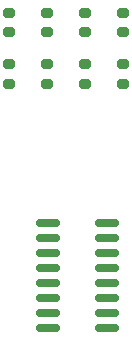
<source format=gtp>
%TF.GenerationSoftware,KiCad,Pcbnew,(6.0.1)*%
%TF.CreationDate,2022-02-10T14:07:36-05:00*%
%TF.ProjectId,23XX-Adapter,32335858-2d41-4646-9170-7465722e6b69,1*%
%TF.SameCoordinates,Original*%
%TF.FileFunction,Paste,Top*%
%TF.FilePolarity,Positive*%
%FSLAX46Y46*%
G04 Gerber Fmt 4.6, Leading zero omitted, Abs format (unit mm)*
G04 Created by KiCad (PCBNEW (6.0.1)) date 2022-02-10 14:07:36*
%MOMM*%
%LPD*%
G01*
G04 APERTURE LIST*
G04 Aperture macros list*
%AMRoundRect*
0 Rectangle with rounded corners*
0 $1 Rounding radius*
0 $2 $3 $4 $5 $6 $7 $8 $9 X,Y pos of 4 corners*
0 Add a 4 corners polygon primitive as box body*
4,1,4,$2,$3,$4,$5,$6,$7,$8,$9,$2,$3,0*
0 Add four circle primitives for the rounded corners*
1,1,$1+$1,$2,$3*
1,1,$1+$1,$4,$5*
1,1,$1+$1,$6,$7*
1,1,$1+$1,$8,$9*
0 Add four rect primitives between the rounded corners*
20,1,$1+$1,$2,$3,$4,$5,0*
20,1,$1+$1,$4,$5,$6,$7,0*
20,1,$1+$1,$6,$7,$8,$9,0*
20,1,$1+$1,$8,$9,$2,$3,0*%
G04 Aperture macros list end*
%ADD10RoundRect,0.200000X0.275000X-0.200000X0.275000X0.200000X-0.275000X0.200000X-0.275000X-0.200000X0*%
%ADD11RoundRect,0.150000X-0.825000X-0.150000X0.825000X-0.150000X0.825000X0.150000X-0.825000X0.150000X0*%
G04 APERTURE END LIST*
D10*
X142800000Y-79130000D03*
X142800000Y-77480000D03*
X142800000Y-83525000D03*
X142800000Y-81875000D03*
X152514000Y-79130000D03*
X152514000Y-77480000D03*
X146038000Y-79130000D03*
X146038000Y-77480000D03*
X146038000Y-83525000D03*
X146038000Y-81875000D03*
X149276000Y-83525000D03*
X149276000Y-81875000D03*
X149276000Y-79130000D03*
X149276000Y-77480000D03*
X152514000Y-83525000D03*
X152514000Y-81875000D03*
D11*
X146142500Y-95330000D03*
X146142500Y-96600000D03*
X146142500Y-97870000D03*
X146142500Y-99140000D03*
X146142500Y-100410000D03*
X146142500Y-101680000D03*
X146142500Y-102950000D03*
X146142500Y-104220000D03*
X151092500Y-104220000D03*
X151092500Y-102950000D03*
X151092500Y-101680000D03*
X151092500Y-100410000D03*
X151092500Y-99140000D03*
X151092500Y-97870000D03*
X151092500Y-96600000D03*
X151092500Y-95330000D03*
M02*

</source>
